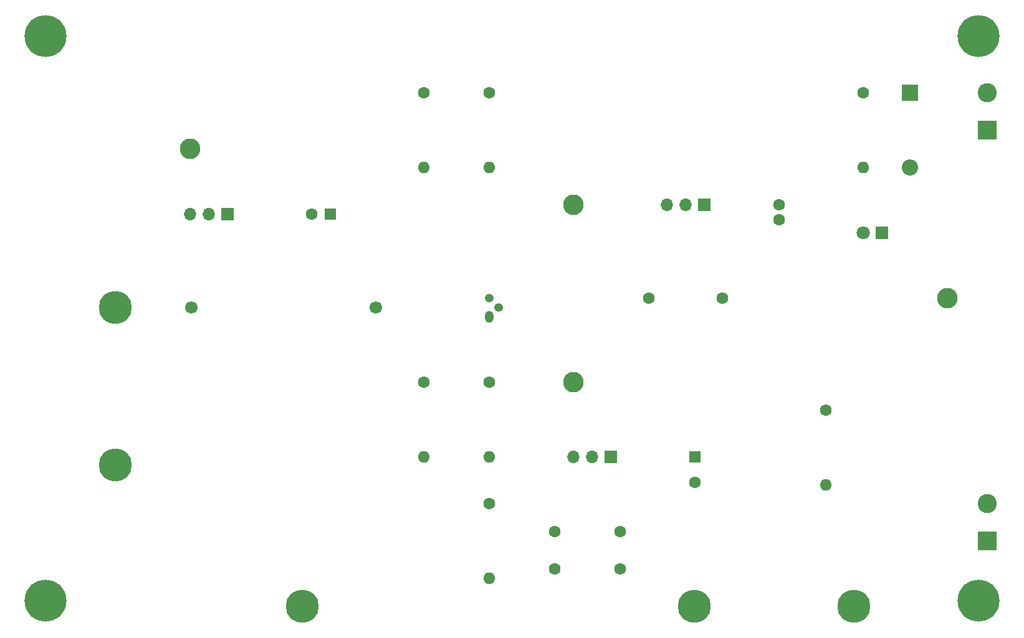
<source format=gbr>
%TF.GenerationSoftware,KiCad,Pcbnew,(7.0.0)*%
%TF.CreationDate,2023-03-04T17:35:51+02:00*%
%TF.ProjectId,Efectul cap de cuplaj si decuplare,45666563-7475-46c2-9063-617020646520,rev?*%
%TF.SameCoordinates,Original*%
%TF.FileFunction,Copper,L2,Bot*%
%TF.FilePolarity,Positive*%
%FSLAX46Y46*%
G04 Gerber Fmt 4.6, Leading zero omitted, Abs format (unit mm)*
G04 Created by KiCad (PCBNEW (7.0.0)) date 2023-03-04 17:35:51*
%MOMM*%
%LPD*%
G01*
G04 APERTURE LIST*
%TA.AperFunction,ComponentPad*%
%ADD10R,1.800000X1.800000*%
%TD*%
%TA.AperFunction,ComponentPad*%
%ADD11C,1.800000*%
%TD*%
%TA.AperFunction,ComponentPad*%
%ADD12C,4.500000*%
%TD*%
%TA.AperFunction,ComponentPad*%
%ADD13C,2.800000*%
%TD*%
%TA.AperFunction,ComponentPad*%
%ADD14C,1.700000*%
%TD*%
%TA.AperFunction,ComponentPad*%
%ADD15R,2.600000X2.600000*%
%TD*%
%TA.AperFunction,ComponentPad*%
%ADD16C,2.600000*%
%TD*%
%TA.AperFunction,ComponentPad*%
%ADD17R,1.700000X1.700000*%
%TD*%
%TA.AperFunction,ComponentPad*%
%ADD18O,1.700000X1.700000*%
%TD*%
%TA.AperFunction,ComponentPad*%
%ADD19C,3.600000*%
%TD*%
%TA.AperFunction,ConnectorPad*%
%ADD20C,5.700000*%
%TD*%
%TA.AperFunction,ComponentPad*%
%ADD21R,2.200000X2.200000*%
%TD*%
%TA.AperFunction,ComponentPad*%
%ADD22O,2.200000X2.200000*%
%TD*%
%TA.AperFunction,ComponentPad*%
%ADD23R,1.600000X1.600000*%
%TD*%
%TA.AperFunction,ComponentPad*%
%ADD24C,1.600000*%
%TD*%
%TA.AperFunction,ComponentPad*%
%ADD25O,1.600000X1.600000*%
%TD*%
%TA.AperFunction,ComponentPad*%
%ADD26O,1.200000X1.600000*%
%TD*%
%TA.AperFunction,ComponentPad*%
%ADD27O,1.200000X1.200000*%
%TD*%
G04 APERTURE END LIST*
D10*
%TO.P,D1,1,K*%
%TO.N,GND*%
X204469999Y-76199999D03*
D11*
%TO.P,D1,2,A*%
%TO.N,Net-(D1-A)*%
X201930000Y-76200000D03*
%TD*%
D12*
%TO.P,TP8,1,1*%
%TO.N,GND*%
X179000000Y-127000000D03*
%TD*%
%TO.P,TP7,1,1*%
%TO.N,GND*%
X100330000Y-107750000D03*
%TD*%
%TO.P,TP6,1,1*%
%TO.N,GND*%
X125730000Y-127000000D03*
%TD*%
%TO.P,TP5,1,1*%
%TO.N,GND*%
X200660000Y-127000000D03*
%TD*%
D13*
%TO.P,TP4,1,1*%
%TO.N,Net-(C31-Pad2)*%
X213360000Y-85090000D03*
%TD*%
%TO.P,TP3,1,1*%
%TO.N,Net-(Q1-E)*%
X162560000Y-96520000D03*
%TD*%
%TO.P,TP2,1,1*%
%TO.N,Net-(J2-Pin_2)*%
X162560000Y-72390000D03*
%TD*%
%TO.P,TP1,1,1*%
%TO.N,IN*%
X110490000Y-64770000D03*
%TD*%
D12*
%TO.P,J6,1,Pin_1*%
%TO.N,IN*%
X100330000Y-86360000D03*
%TD*%
D14*
%TO.P,C11,1*%
%TO.N,Net-(Q1-B)*%
X135690000Y-86360000D03*
%TO.P,C11,2*%
%TO.N,IN*%
X110690000Y-86360000D03*
%TD*%
D15*
%TO.P,J5,1,Pin_1*%
%TO.N,GND*%
X218744999Y-118069999D03*
D16*
%TO.P,J5,2,Pin_2*%
X218745000Y-113070000D03*
%TD*%
D17*
%TO.P,J2,1,Pin_1*%
%TO.N,Net-(J2-Pin_1)*%
X180324999Y-72389999D03*
D18*
%TO.P,J2,2,Pin_2*%
%TO.N,Net-(J2-Pin_2)*%
X177784999Y-72389999D03*
%TO.P,J2,3,Pin_3*%
X175244999Y-72389999D03*
%TD*%
D19*
%TO.P,H4,1*%
%TO.N,N/C*%
X90830000Y-126240000D03*
D20*
X90830000Y-126240000D03*
%TD*%
D21*
%TO.P,D2,1,K*%
%TO.N,Net-(D2-K)*%
X208279999Y-57149999D03*
D22*
%TO.P,D2,2,A*%
%TO.N,GND*%
X208279999Y-67309999D03*
%TD*%
D23*
%TO.P,C12,1*%
%TO.N,Net-(Q1-B)*%
X129539999Y-73659999D03*
D24*
%TO.P,C12,2*%
%TO.N,Net-(J1-Pin_1)*%
X127040000Y-73660000D03*
%TD*%
%TO.P,R6,1*%
%TO.N,Net-(D2-K)*%
X201930000Y-57150000D03*
D25*
%TO.P,R6,2*%
%TO.N,Net-(D1-A)*%
X201929999Y-67309999D03*
%TD*%
D19*
%TO.P,H2,1*%
%TO.N,N/C*%
X90830000Y-49440000D03*
D20*
X90830000Y-49440000D03*
%TD*%
D15*
%TO.P,J4,1,Pin_1*%
%TO.N,Net-(D2-K)*%
X218744999Y-62189999D03*
D16*
%TO.P,J4,2,Pin_2*%
X218745000Y-57190000D03*
%TD*%
D24*
%TO.P,C31,1*%
%TO.N,Net-(J2-Pin_2)*%
X172800000Y-85090000D03*
%TO.P,C31,2*%
%TO.N,Net-(C31-Pad2)*%
X182800000Y-85090000D03*
%TD*%
D17*
%TO.P,J3,1,Pin_1*%
%TO.N,Net-(J3-Pin_1)*%
X167624999Y-106679999D03*
D18*
%TO.P,J3,2,Pin_2*%
%TO.N,Net-(J3-Pin_2)*%
X165084999Y-106679999D03*
%TO.P,J3,3,Pin_3*%
X162544999Y-106679999D03*
%TD*%
D24*
%TO.P,RL1,1*%
%TO.N,Net-(C31-Pad2)*%
X196850000Y-100330000D03*
D25*
%TO.P,RL1,2*%
%TO.N,GND*%
X196849999Y-110489999D03*
%TD*%
D24*
%TO.P,C212,1*%
%TO.N,Net-(J3-Pin_2)*%
X160020000Y-116880000D03*
%TO.P,C212,2*%
%TO.N,GND*%
X160020000Y-121880000D03*
%TD*%
D19*
%TO.P,H3,1*%
%TO.N,N/C*%
X217630000Y-49440000D03*
D20*
X217630000Y-49440000D03*
%TD*%
D24*
%TO.P,R2,1*%
%TO.N,Net-(Q1-B)*%
X142240000Y-96520000D03*
D25*
%TO.P,R2,2*%
%TO.N,GND*%
X142239999Y-106679999D03*
%TD*%
D17*
%TO.P,J1,1,Pin_1*%
%TO.N,Net-(J1-Pin_1)*%
X115554999Y-73659999D03*
D18*
%TO.P,J1,2,Pin_2*%
X113014999Y-73659999D03*
%TO.P,J1,3,Pin_3*%
%TO.N,IN*%
X110474999Y-73659999D03*
%TD*%
D24*
%TO.P,R4,1*%
%TO.N,Net-(J3-Pin_2)*%
X151130000Y-113030000D03*
D25*
%TO.P,R4,2*%
%TO.N,GND*%
X151129999Y-123189999D03*
%TD*%
D23*
%TO.P,C22,1*%
%TO.N,Net-(J3-Pin_1)*%
X179069999Y-106679999D03*
D24*
%TO.P,C22,2*%
%TO.N,GND*%
X179070000Y-110180000D03*
%TD*%
D26*
%TO.P,Q1,1,E*%
%TO.N,Net-(Q1-E)*%
X151129999Y-87629999D03*
D27*
%TO.P,Q1,2,B*%
%TO.N,Net-(Q1-B)*%
X152399999Y-86359999D03*
%TO.P,Q1,3,C*%
%TO.N,Net-(J2-Pin_2)*%
X151129999Y-85089999D03*
%TD*%
D24*
%TO.P,R3,1*%
%TO.N,Net-(Q1-E)*%
X151130000Y-96520000D03*
D25*
%TO.P,R3,2*%
%TO.N,Net-(J3-Pin_2)*%
X151129999Y-106679999D03*
%TD*%
D24*
%TO.P,R1,1*%
%TO.N,Net-(D2-K)*%
X142240000Y-57150000D03*
D25*
%TO.P,R1,2*%
%TO.N,Net-(Q1-B)*%
X142239999Y-67309999D03*
%TD*%
D24*
%TO.P,C32,1*%
%TO.N,Net-(J2-Pin_1)*%
X190500000Y-72390000D03*
%TO.P,C32,2*%
%TO.N,Net-(C31-Pad2)*%
X190500000Y-74390000D03*
%TD*%
%TO.P,R5,1*%
%TO.N,Net-(D2-K)*%
X151130000Y-57150000D03*
D25*
%TO.P,R5,2*%
%TO.N,Net-(J2-Pin_2)*%
X151129999Y-67309999D03*
%TD*%
D19*
%TO.P,H1,1*%
%TO.N,N/C*%
X217630000Y-126240000D03*
D20*
X217630000Y-126240000D03*
%TD*%
D24*
%TO.P,C211,1*%
%TO.N,Net-(J3-Pin_2)*%
X168910000Y-116880000D03*
%TO.P,C211,2*%
%TO.N,GND*%
X168910000Y-121880000D03*
%TD*%
M02*

</source>
